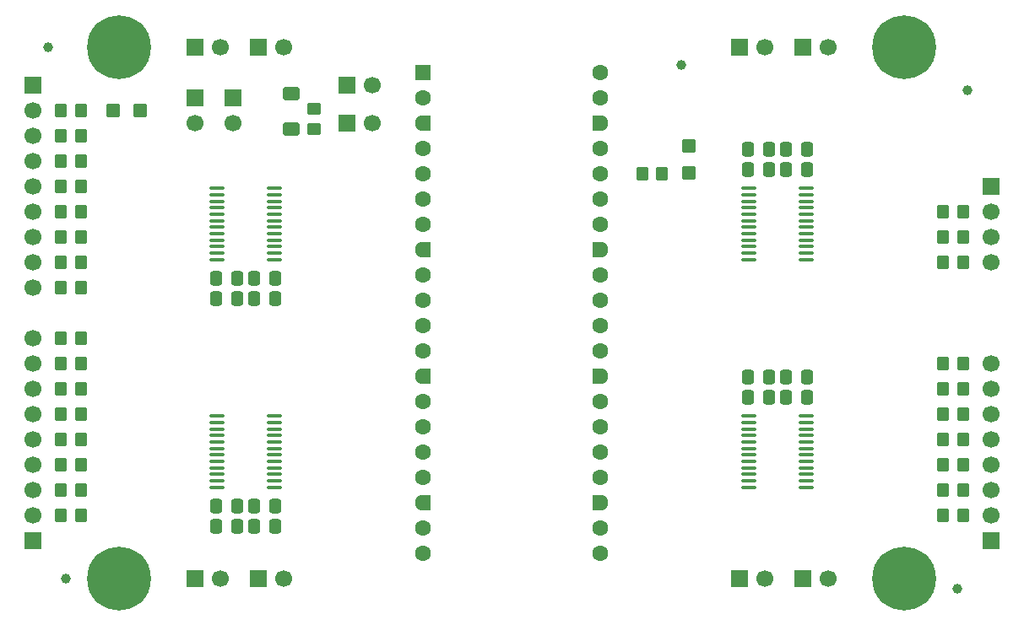
<source format=gbr>
%TF.GenerationSoftware,KiCad,Pcbnew,9.0.6*%
%TF.CreationDate,2026-01-19T19:45:04-05:00*%
%TF.ProjectId,ClearLogicAnalyzer,436c6561-724c-46f6-9769-63416e616c79,1*%
%TF.SameCoordinates,Original*%
%TF.FileFunction,Soldermask,Top*%
%TF.FilePolarity,Negative*%
%FSLAX46Y46*%
G04 Gerber Fmt 4.6, Leading zero omitted, Abs format (unit mm)*
G04 Created by KiCad (PCBNEW 9.0.6) date 2026-01-19 19:45:04*
%MOMM*%
%LPD*%
G01*
G04 APERTURE LIST*
G04 Aperture macros list*
%AMRoundRect*
0 Rectangle with rounded corners*
0 $1 Rounding radius*
0 $2 $3 $4 $5 $6 $7 $8 $9 X,Y pos of 4 corners*
0 Add a 4 corners polygon primitive as box body*
4,1,4,$2,$3,$4,$5,$6,$7,$8,$9,$2,$3,0*
0 Add four circle primitives for the rounded corners*
1,1,$1+$1,$2,$3*
1,1,$1+$1,$4,$5*
1,1,$1+$1,$6,$7*
1,1,$1+$1,$8,$9*
0 Add four rect primitives between the rounded corners*
20,1,$1+$1,$2,$3,$4,$5,0*
20,1,$1+$1,$4,$5,$6,$7,0*
20,1,$1+$1,$6,$7,$8,$9,0*
20,1,$1+$1,$8,$9,$2,$3,0*%
%AMFreePoly0*
4,1,37,0.603843,0.796157,0.639018,0.796157,0.711114,0.766294,0.766294,0.711114,0.796157,0.639018,0.796157,0.603843,0.800000,0.600000,0.800000,-0.600000,0.796157,-0.603843,0.796157,-0.639018,0.766294,-0.711114,0.711114,-0.766294,0.639018,-0.796157,0.603843,-0.796157,0.600000,-0.800000,0.000000,-0.800000,0.000000,-0.796148,-0.078414,-0.796148,-0.232228,-0.765552,-0.377117,-0.705537,
-0.507515,-0.618408,-0.618408,-0.507515,-0.705537,-0.377117,-0.765552,-0.232228,-0.796148,-0.078414,-0.796148,0.078414,-0.765552,0.232228,-0.705537,0.377117,-0.618408,0.507515,-0.507515,0.618408,-0.377117,0.705537,-0.232228,0.765552,-0.078414,0.796148,0.000000,0.796148,0.000000,0.800000,0.600000,0.800000,0.603843,0.796157,0.603843,0.796157,$1*%
%AMFreePoly1*
4,1,37,0.000000,0.796148,0.078414,0.796148,0.232228,0.765552,0.377117,0.705537,0.507515,0.618408,0.618408,0.507515,0.705537,0.377117,0.765552,0.232228,0.796148,0.078414,0.796148,-0.078414,0.765552,-0.232228,0.705537,-0.377117,0.618408,-0.507515,0.507515,-0.618408,0.377117,-0.705537,0.232228,-0.765552,0.078414,-0.796148,0.000000,-0.796148,0.000000,-0.800000,-0.600000,-0.800000,
-0.603843,-0.796157,-0.639018,-0.796157,-0.711114,-0.766294,-0.766294,-0.711114,-0.796157,-0.639018,-0.796157,-0.603843,-0.800000,-0.600000,-0.800000,0.600000,-0.796157,0.603843,-0.796157,0.639018,-0.766294,0.711114,-0.711114,0.766294,-0.639018,0.796157,-0.603843,0.796157,-0.600000,0.800000,0.000000,0.800000,0.000000,0.796148,0.000000,0.796148,$1*%
G04 Aperture macros list end*
%ADD10R,1.700000X1.700000*%
%ADD11C,1.700000*%
%ADD12RoundRect,0.250000X-0.350000X-0.450000X0.350000X-0.450000X0.350000X0.450000X-0.350000X0.450000X0*%
%ADD13RoundRect,0.250000X-0.337500X-0.475000X0.337500X-0.475000X0.337500X0.475000X-0.337500X0.475000X0*%
%ADD14RoundRect,0.100000X0.637500X0.100000X-0.637500X0.100000X-0.637500X-0.100000X0.637500X-0.100000X0*%
%ADD15RoundRect,0.250000X0.350000X0.450000X-0.350000X0.450000X-0.350000X-0.450000X0.350000X-0.450000X0*%
%ADD16RoundRect,0.200000X-0.600000X-0.600000X0.600000X-0.600000X0.600000X0.600000X-0.600000X0.600000X0*%
%ADD17C,1.600000*%
%ADD18FreePoly0,0.000000*%
%ADD19FreePoly1,0.000000*%
%ADD20RoundRect,0.100000X-0.637500X-0.100000X0.637500X-0.100000X0.637500X0.100000X-0.637500X0.100000X0*%
%ADD21RoundRect,0.250000X-0.457500X-0.445000X0.457500X-0.445000X0.457500X0.445000X-0.457500X0.445000X0*%
%ADD22C,0.800000*%
%ADD23C,6.400000*%
%ADD24RoundRect,0.250000X-0.450000X0.350000X-0.450000X-0.350000X0.450000X-0.350000X0.450000X0.350000X0*%
%ADD25C,1.000000*%
%ADD26RoundRect,0.250000X0.445000X-0.457500X0.445000X0.457500X-0.445000X0.457500X-0.445000X-0.457500X0*%
%ADD27RoundRect,0.250000X0.337500X0.475000X-0.337500X0.475000X-0.337500X-0.475000X0.337500X-0.475000X0*%
%ADD28RoundRect,0.250000X-0.600000X0.400000X-0.600000X-0.400000X0.600000X-0.400000X0.600000X0.400000X0*%
G04 APERTURE END LIST*
D10*
%TO.C,J1*%
X80264000Y-67310000D03*
D11*
X80264000Y-69850000D03*
X80264000Y-72390000D03*
X80264000Y-74930000D03*
X80264000Y-77470000D03*
X80264000Y-80010000D03*
X80264000Y-82550000D03*
X80264000Y-85090000D03*
X80264000Y-87630000D03*
%TD*%
D12*
%TO.C,R10*%
X83074000Y-107950000D03*
X85074000Y-107950000D03*
%TD*%
%TO.C,R11*%
X83074000Y-105410000D03*
X85074000Y-105410000D03*
%TD*%
D13*
%TO.C,C3*%
X102467500Y-111633000D03*
X104542500Y-111633000D03*
%TD*%
D12*
%TO.C,R2*%
X83074000Y-85090000D03*
X85074000Y-85090000D03*
%TD*%
%TO.C,R24*%
X171567600Y-80010000D03*
X173567600Y-80010000D03*
%TD*%
%TO.C,R9*%
X83074000Y-110490000D03*
X85074000Y-110490000D03*
%TD*%
D14*
%TO.C,U1*%
X104462500Y-84855000D03*
X104462500Y-84205000D03*
X104462500Y-83555000D03*
X104462500Y-82905000D03*
X104462500Y-82255000D03*
X104462500Y-81605000D03*
X104462500Y-80955000D03*
X104462500Y-80305000D03*
X104462500Y-79655000D03*
X104462500Y-79005000D03*
X104462500Y-78355000D03*
X104462500Y-77705000D03*
X98737500Y-77705000D03*
X98737500Y-78355000D03*
X98737500Y-79005000D03*
X98737500Y-79655000D03*
X98737500Y-80305000D03*
X98737500Y-80955000D03*
X98737500Y-81605000D03*
X98737500Y-82255000D03*
X98737500Y-82905000D03*
X98737500Y-83555000D03*
X98737500Y-84205000D03*
X98737500Y-84855000D03*
%TD*%
D10*
%TO.C,J7*%
X157480000Y-63500000D03*
D11*
X160020000Y-63500000D03*
%TD*%
D10*
%TO.C,J4*%
X176377600Y-113030000D03*
D11*
X176377600Y-110490000D03*
X176377600Y-107950001D03*
X176377600Y-105410000D03*
X176377600Y-102870000D03*
X176377600Y-100330000D03*
X176377600Y-97790000D03*
X176377600Y-95249999D03*
%TD*%
D10*
%TO.C,J16*%
X151130000Y-116840000D03*
D11*
X153670000Y-116840000D03*
%TD*%
D10*
%TO.C,J9*%
X151130000Y-63500000D03*
D11*
X153670000Y-63500000D03*
%TD*%
D12*
%TO.C,R25*%
X171567600Y-82550000D03*
X173567600Y-82550000D03*
%TD*%
D10*
%TO.C,J2*%
X80264000Y-113030000D03*
D11*
X80264000Y-110490000D03*
X80264000Y-107950001D03*
X80264000Y-105410000D03*
X80264000Y-102870000D03*
X80264000Y-100330000D03*
X80264000Y-97790000D03*
X80264000Y-95249999D03*
X80264000Y-92710000D03*
%TD*%
D12*
%TO.C,R14*%
X83074000Y-97790000D03*
X85074000Y-97790000D03*
%TD*%
D15*
%TO.C,R8*%
X85074000Y-72390000D03*
X83074000Y-72390000D03*
%TD*%
D12*
%TO.C,R19*%
X171567600Y-100330000D03*
X173567600Y-100330000D03*
%TD*%
D10*
%TO.C,J13*%
X100330000Y-68580000D03*
D11*
X100330000Y-71120000D03*
%TD*%
D16*
%TO.C,A1*%
X119380000Y-66040000D03*
D17*
X119380000Y-68580000D03*
D18*
X119380000Y-71120000D03*
D17*
X119380000Y-73660000D03*
X119380000Y-76200000D03*
X119380000Y-78740000D03*
X119380000Y-81280000D03*
D18*
X119380000Y-83820000D03*
D17*
X119380000Y-86360000D03*
X119380000Y-88900000D03*
X119380000Y-91440000D03*
X119380000Y-93980000D03*
D18*
X119380000Y-96520000D03*
D17*
X119380000Y-99060000D03*
X119380000Y-101600000D03*
X119380000Y-104140000D03*
X119380000Y-106680000D03*
D18*
X119380000Y-109220000D03*
D17*
X119380000Y-111760000D03*
X119380000Y-114300000D03*
X137160000Y-114300000D03*
X137160000Y-111760000D03*
D19*
X137160000Y-109220000D03*
D17*
X137160000Y-106680000D03*
X137160000Y-104140000D03*
X137160000Y-101600000D03*
X137160000Y-99060000D03*
D19*
X137160000Y-96520000D03*
D17*
X137160000Y-93980000D03*
X137160000Y-91440000D03*
X137160000Y-88900000D03*
X137160000Y-86360000D03*
D19*
X137160000Y-83820000D03*
D17*
X137160000Y-81280000D03*
X137160000Y-78740000D03*
X137160000Y-76200000D03*
X137160000Y-73660000D03*
D19*
X137160000Y-71120000D03*
D17*
X137160000Y-68580000D03*
X137160000Y-66040000D03*
%TD*%
D20*
%TO.C,U3*%
X152077500Y-100565000D03*
X152077500Y-101215000D03*
X152077500Y-101865000D03*
X152077500Y-102515000D03*
X152077500Y-103165000D03*
X152077500Y-103815000D03*
X152077500Y-104465000D03*
X152077500Y-105115000D03*
X152077500Y-105765000D03*
X152077500Y-106415000D03*
X152077500Y-107065000D03*
X152077500Y-107715000D03*
X157802500Y-107715000D03*
X157802500Y-107065000D03*
X157802500Y-106415000D03*
X157802500Y-105765000D03*
X157802500Y-105115000D03*
X157802500Y-104465000D03*
X157802500Y-103815000D03*
X157802500Y-103165000D03*
X157802500Y-102515000D03*
X157802500Y-101865000D03*
X157802500Y-101215000D03*
X157802500Y-100565000D03*
%TD*%
D10*
%TO.C,J8*%
X157480000Y-116840000D03*
D11*
X160020000Y-116840000D03*
%TD*%
D10*
%TO.C,J3*%
X176377600Y-77470000D03*
D11*
X176377600Y-80010000D03*
X176377600Y-82550000D03*
X176377600Y-85090000D03*
%TD*%
D12*
%TO.C,R16*%
X83074000Y-92710000D03*
X85074000Y-92710000D03*
%TD*%
D21*
%TO.C,C12*%
X88309500Y-69850000D03*
X91014500Y-69850000D03*
%TD*%
D22*
%TO.C,H4*%
X165240000Y-116840000D03*
X165942944Y-115142944D03*
X165942944Y-118537056D03*
X167640000Y-114440000D03*
D23*
X167640000Y-116840000D03*
D22*
X167640000Y-119240000D03*
X169337056Y-115142944D03*
X169337056Y-118537056D03*
X170040000Y-116840000D03*
%TD*%
D20*
%TO.C,U4*%
X152077500Y-77705000D03*
X152077500Y-78355000D03*
X152077500Y-79005000D03*
X152077500Y-79655000D03*
X152077500Y-80305000D03*
X152077500Y-80955000D03*
X152077500Y-81605000D03*
X152077500Y-82255000D03*
X152077500Y-82905000D03*
X152077500Y-83555000D03*
X152077500Y-84205000D03*
X152077500Y-84855000D03*
X157802500Y-84855000D03*
X157802500Y-84205000D03*
X157802500Y-83555000D03*
X157802500Y-82905000D03*
X157802500Y-82255000D03*
X157802500Y-81605000D03*
X157802500Y-80955000D03*
X157802500Y-80305000D03*
X157802500Y-79655000D03*
X157802500Y-79005000D03*
X157802500Y-78355000D03*
X157802500Y-77705000D03*
%TD*%
D24*
%TO.C,R7*%
X108458000Y-69739000D03*
X108458000Y-71739000D03*
%TD*%
D12*
%TO.C,R26*%
X171567600Y-85090000D03*
X173567600Y-85090000D03*
%TD*%
D13*
%TO.C,C2*%
X102467500Y-109601000D03*
X104542500Y-109601000D03*
%TD*%
D25*
%TO.C,FID2*%
X145288000Y-65278000D03*
%TD*%
D12*
%TO.C,R5*%
X83074000Y-77470000D03*
X85074000Y-77470000D03*
%TD*%
D10*
%TO.C,J10*%
X111760000Y-67310000D03*
D11*
X114300000Y-67310000D03*
%TD*%
D25*
%TO.C,FID3*%
X173990000Y-67818000D03*
%TD*%
D12*
%TO.C,R18*%
X171567600Y-97790000D03*
X173567600Y-97790000D03*
%TD*%
D10*
%TO.C,J15*%
X102870000Y-116840000D03*
D11*
X105410000Y-116840000D03*
%TD*%
D12*
%TO.C,R23*%
X171567600Y-110490000D03*
X173567600Y-110490000D03*
%TD*%
D15*
%TO.C,FB1*%
X143367000Y-76200000D03*
X141367000Y-76200000D03*
%TD*%
%TO.C,FB2*%
X85074000Y-69850000D03*
X83074000Y-69850000D03*
%TD*%
D26*
%TO.C,C1*%
X146050000Y-76155500D03*
X146050000Y-73450500D03*
%TD*%
D12*
%TO.C,R22*%
X171567600Y-107950000D03*
X173567600Y-107950000D03*
%TD*%
%TO.C,R4*%
X83074000Y-80010000D03*
X85074000Y-80010000D03*
%TD*%
D13*
%TO.C,C15*%
X155807500Y-96647000D03*
X157882500Y-96647000D03*
%TD*%
%TO.C,C5*%
X155807500Y-75819000D03*
X157882500Y-75819000D03*
%TD*%
D27*
%TO.C,C4*%
X100732500Y-111633000D03*
X98657500Y-111633000D03*
%TD*%
%TO.C,C7*%
X100732500Y-86741000D03*
X98657500Y-86741000D03*
%TD*%
D13*
%TO.C,C11*%
X155807500Y-73787000D03*
X157882500Y-73787000D03*
%TD*%
D14*
%TO.C,U2*%
X104462500Y-107715000D03*
X104462500Y-107065000D03*
X104462500Y-106415000D03*
X104462500Y-105765000D03*
X104462500Y-105115000D03*
X104462500Y-104465000D03*
X104462500Y-103815000D03*
X104462500Y-103165000D03*
X104462500Y-102515000D03*
X104462500Y-101865000D03*
X104462500Y-101215000D03*
X104462500Y-100565000D03*
X98737500Y-100565000D03*
X98737500Y-101215000D03*
X98737500Y-101865000D03*
X98737500Y-102515000D03*
X98737500Y-103165000D03*
X98737500Y-103815000D03*
X98737500Y-104465000D03*
X98737500Y-105115000D03*
X98737500Y-105765000D03*
X98737500Y-106415000D03*
X98737500Y-107065000D03*
X98737500Y-107715000D03*
%TD*%
D27*
%TO.C,C10*%
X100732500Y-109601000D03*
X98657500Y-109601000D03*
%TD*%
D10*
%TO.C,J6*%
X96520000Y-116840000D03*
D11*
X99060000Y-116840000D03*
%TD*%
D25*
%TO.C,FID4*%
X83566000Y-116840000D03*
%TD*%
D28*
%TO.C,D1*%
X106172000Y-68227000D03*
X106172000Y-71727000D03*
%TD*%
D12*
%TO.C,R13*%
X83074000Y-100330000D03*
X85074000Y-100330000D03*
%TD*%
D27*
%TO.C,C8*%
X154072500Y-98679000D03*
X151997500Y-98679000D03*
%TD*%
%TO.C,C6*%
X100732500Y-88773000D03*
X98657500Y-88773000D03*
%TD*%
D12*
%TO.C,R15*%
X83074000Y-95250000D03*
X85074000Y-95250000D03*
%TD*%
D25*
%TO.C,FID5*%
X172974000Y-117856000D03*
%TD*%
D13*
%TO.C,C14*%
X102467500Y-88773000D03*
X104542500Y-88773000D03*
%TD*%
D10*
%TO.C,J5*%
X96520000Y-63500000D03*
D11*
X99060000Y-63500000D03*
%TD*%
D12*
%TO.C,R21*%
X171567600Y-105410000D03*
X173567600Y-105410000D03*
%TD*%
%TO.C,R12*%
X83074000Y-102870000D03*
X85074000Y-102870000D03*
%TD*%
%TO.C,R1*%
X83074000Y-87630000D03*
X85074000Y-87630000D03*
%TD*%
%TO.C,R17*%
X171567600Y-95250000D03*
X173567600Y-95250000D03*
%TD*%
D10*
%TO.C,J14*%
X102870000Y-63500000D03*
D11*
X105410000Y-63500000D03*
%TD*%
D12*
%TO.C,R3*%
X83074000Y-82550000D03*
X85074000Y-82550000D03*
%TD*%
D22*
%TO.C,H3*%
X86500000Y-116840000D03*
X87202944Y-115142944D03*
X87202944Y-118537056D03*
X88900000Y-114440000D03*
D23*
X88900000Y-116840000D03*
D22*
X88900000Y-119240000D03*
X90597056Y-115142944D03*
X90597056Y-118537056D03*
X91300000Y-116840000D03*
%TD*%
D10*
%TO.C,J12*%
X96520000Y-68580000D03*
D11*
X96520000Y-71120000D03*
%TD*%
D27*
%TO.C,C18*%
X154072500Y-73787000D03*
X151997500Y-73787000D03*
%TD*%
D13*
%TO.C,C16*%
X155807500Y-98679000D03*
X157882500Y-98679000D03*
%TD*%
D25*
%TO.C,FID1*%
X81788000Y-63500000D03*
%TD*%
D12*
%TO.C,R6*%
X83074000Y-74930000D03*
X85074000Y-74930000D03*
%TD*%
D13*
%TO.C,C13*%
X102467500Y-86741000D03*
X104542500Y-86741000D03*
%TD*%
D27*
%TO.C,C17*%
X154072500Y-75819000D03*
X151997500Y-75819000D03*
%TD*%
D22*
%TO.C,H1*%
X86500000Y-63500000D03*
X87202944Y-61802944D03*
X87202944Y-65197056D03*
X88900000Y-61100000D03*
D23*
X88900000Y-63500000D03*
D22*
X88900000Y-65900000D03*
X90597056Y-61802944D03*
X90597056Y-65197056D03*
X91300000Y-63500000D03*
%TD*%
D10*
%TO.C,J11*%
X111760000Y-71120000D03*
D11*
X114300000Y-71120000D03*
%TD*%
D27*
%TO.C,C9*%
X154072500Y-96647000D03*
X151997500Y-96647000D03*
%TD*%
D22*
%TO.C,H2*%
X165240000Y-63500000D03*
X165942944Y-61802944D03*
X165942944Y-65197056D03*
X167640000Y-61100000D03*
D23*
X167640000Y-63500000D03*
D22*
X167640000Y-65900000D03*
X169337056Y-61802944D03*
X169337056Y-65197056D03*
X170040000Y-63500000D03*
%TD*%
D12*
%TO.C,R20*%
X171567600Y-102870000D03*
X173567600Y-102870000D03*
%TD*%
M02*

</source>
